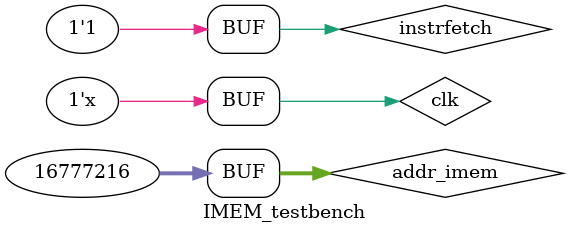
<source format=v>
`timescale 1ns / 1ps


module IMEM_testbench();
reg clk, instrfetch;
reg[31:0] addr_imem;
wire instrf_update;
wire[31:0] instr;


IMEM dut(
.clk(clk),
.instrfetch(instrfetch),
.addr_imem(addr_imem),
.instrf_update(instrf_update),
.instr(instr)
);


initial begin
clk = 0;
instrfetch = 1;
addr_imem = 32'h0;
end


always #5 clk = ~clk;


initial begin
#10 addr_imem = 32'h01000000;
#10 addr_imem = 32'h010007fc;
#10 instrfetch = 0;
#10 addr_imem = 32'h01000000;
#10 instrfetch = 1;

end

endmodule

</source>
